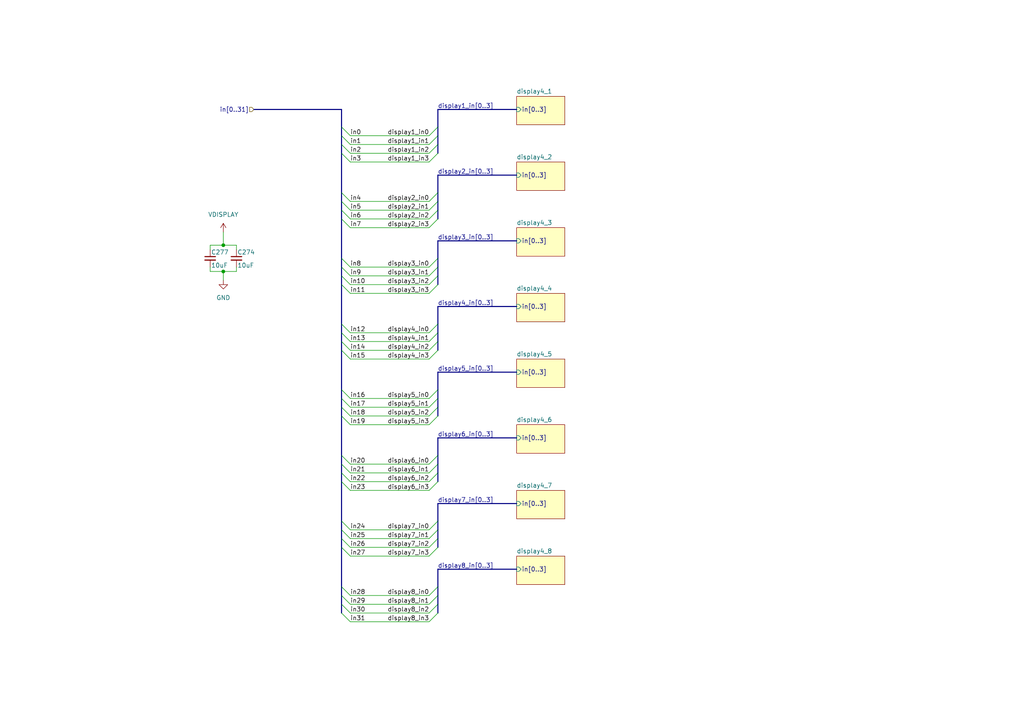
<source format=kicad_sch>
(kicad_sch
	(version 20250114)
	(generator "eeschema")
	(generator_version "9.0")
	(uuid "16ce1f5d-618a-4d80-9ff2-f41c978387d5")
	(paper "A4")
	(lib_symbols
		(symbol "Device:C_Small"
			(pin_numbers
				(hide yes)
			)
			(pin_names
				(offset 0.254)
				(hide yes)
			)
			(exclude_from_sim no)
			(in_bom yes)
			(on_board yes)
			(property "Reference" "C"
				(at 0.254 1.778 0)
				(effects
					(font
						(size 1.27 1.27)
					)
					(justify left)
				)
			)
			(property "Value" "C_Small"
				(at 0.254 -2.032 0)
				(effects
					(font
						(size 1.27 1.27)
					)
					(justify left)
				)
			)
			(property "Footprint" ""
				(at 0 0 0)
				(effects
					(font
						(size 1.27 1.27)
					)
					(hide yes)
				)
			)
			(property "Datasheet" "~"
				(at 0 0 0)
				(effects
					(font
						(size 1.27 1.27)
					)
					(hide yes)
				)
			)
			(property "Description" "Unpolarized capacitor, small symbol"
				(at 0 0 0)
				(effects
					(font
						(size 1.27 1.27)
					)
					(hide yes)
				)
			)
			(property "ki_keywords" "capacitor cap"
				(at 0 0 0)
				(effects
					(font
						(size 1.27 1.27)
					)
					(hide yes)
				)
			)
			(property "ki_fp_filters" "C_*"
				(at 0 0 0)
				(effects
					(font
						(size 1.27 1.27)
					)
					(hide yes)
				)
			)
			(symbol "C_Small_0_1"
				(polyline
					(pts
						(xy -1.524 0.508) (xy 1.524 0.508)
					)
					(stroke
						(width 0.3048)
						(type default)
					)
					(fill
						(type none)
					)
				)
				(polyline
					(pts
						(xy -1.524 -0.508) (xy 1.524 -0.508)
					)
					(stroke
						(width 0.3302)
						(type default)
					)
					(fill
						(type none)
					)
				)
			)
			(symbol "C_Small_1_1"
				(pin passive line
					(at 0 2.54 270)
					(length 2.032)
					(name "~"
						(effects
							(font
								(size 1.27 1.27)
							)
						)
					)
					(number "1"
						(effects
							(font
								(size 1.27 1.27)
							)
						)
					)
				)
				(pin passive line
					(at 0 -2.54 90)
					(length 2.032)
					(name "~"
						(effects
							(font
								(size 1.27 1.27)
							)
						)
					)
					(number "2"
						(effects
							(font
								(size 1.27 1.27)
							)
						)
					)
				)
			)
			(embedded_fonts no)
		)
		(symbol "power:+3.3V"
			(power)
			(pin_numbers
				(hide yes)
			)
			(pin_names
				(offset 0)
				(hide yes)
			)
			(exclude_from_sim no)
			(in_bom yes)
			(on_board yes)
			(property "Reference" "#PWR"
				(at 0 -3.81 0)
				(effects
					(font
						(size 1.27 1.27)
					)
					(hide yes)
				)
			)
			(property "Value" "+3.3V"
				(at 0 3.556 0)
				(effects
					(font
						(size 1.27 1.27)
					)
				)
			)
			(property "Footprint" ""
				(at 0 0 0)
				(effects
					(font
						(size 1.27 1.27)
					)
					(hide yes)
				)
			)
			(property "Datasheet" ""
				(at 0 0 0)
				(effects
					(font
						(size 1.27 1.27)
					)
					(hide yes)
				)
			)
			(property "Description" "Power symbol creates a global label with name \"+3.3V\""
				(at 0 0 0)
				(effects
					(font
						(size 1.27 1.27)
					)
					(hide yes)
				)
			)
			(property "ki_keywords" "global power"
				(at 0 0 0)
				(effects
					(font
						(size 1.27 1.27)
					)
					(hide yes)
				)
			)
			(symbol "+3.3V_0_1"
				(polyline
					(pts
						(xy -0.762 1.27) (xy 0 2.54)
					)
					(stroke
						(width 0)
						(type default)
					)
					(fill
						(type none)
					)
				)
				(polyline
					(pts
						(xy 0 2.54) (xy 0.762 1.27)
					)
					(stroke
						(width 0)
						(type default)
					)
					(fill
						(type none)
					)
				)
				(polyline
					(pts
						(xy 0 0) (xy 0 2.54)
					)
					(stroke
						(width 0)
						(type default)
					)
					(fill
						(type none)
					)
				)
			)
			(symbol "+3.3V_1_1"
				(pin power_in line
					(at 0 0 90)
					(length 0)
					(name "~"
						(effects
							(font
								(size 1.27 1.27)
							)
						)
					)
					(number "1"
						(effects
							(font
								(size 1.27 1.27)
							)
						)
					)
				)
			)
			(embedded_fonts no)
		)
		(symbol "power:GND"
			(power)
			(pin_numbers
				(hide yes)
			)
			(pin_names
				(offset 0)
				(hide yes)
			)
			(exclude_from_sim no)
			(in_bom yes)
			(on_board yes)
			(property "Reference" "#PWR"
				(at 0 -6.35 0)
				(effects
					(font
						(size 1.27 1.27)
					)
					(hide yes)
				)
			)
			(property "Value" "GND"
				(at 0 -3.81 0)
				(effects
					(font
						(size 1.27 1.27)
					)
				)
			)
			(property "Footprint" ""
				(at 0 0 0)
				(effects
					(font
						(size 1.27 1.27)
					)
					(hide yes)
				)
			)
			(property "Datasheet" ""
				(at 0 0 0)
				(effects
					(font
						(size 1.27 1.27)
					)
					(hide yes)
				)
			)
			(property "Description" "Power symbol creates a global label with name \"GND\" , ground"
				(at 0 0 0)
				(effects
					(font
						(size 1.27 1.27)
					)
					(hide yes)
				)
			)
			(property "ki_keywords" "global power"
				(at 0 0 0)
				(effects
					(font
						(size 1.27 1.27)
					)
					(hide yes)
				)
			)
			(symbol "GND_0_1"
				(polyline
					(pts
						(xy 0 0) (xy 0 -1.27) (xy 1.27 -1.27) (xy 0 -2.54) (xy -1.27 -1.27) (xy 0 -1.27)
					)
					(stroke
						(width 0)
						(type default)
					)
					(fill
						(type none)
					)
				)
			)
			(symbol "GND_1_1"
				(pin power_in line
					(at 0 0 270)
					(length 0)
					(name "~"
						(effects
							(font
								(size 1.27 1.27)
							)
						)
					)
					(number "1"
						(effects
							(font
								(size 1.27 1.27)
							)
						)
					)
				)
			)
			(embedded_fonts no)
		)
	)
	(junction
		(at 64.77 78.74)
		(diameter 0)
		(color 0 0 0 0)
		(uuid "0c1d11e7-e0bb-4912-9673-f215da1f463c")
	)
	(junction
		(at 64.77 71.12)
		(diameter 0)
		(color 0 0 0 0)
		(uuid "65c66b6c-cd53-4893-9cd3-e6c1d31bbea1")
	)
	(bus_entry
		(at 99.06 118.11)
		(size 2.54 2.54)
		(stroke
			(width 0)
			(type default)
		)
		(uuid "00ac3bd5-ed57-41bf-8b63-dcb5a2abfb9e")
	)
	(bus_entry
		(at 124.46 134.62)
		(size 2.54 -2.54)
		(stroke
			(width 0)
			(type default)
		)
		(uuid "0a820c73-72dc-40c0-a83b-e54ab6b6fc4d")
	)
	(bus_entry
		(at 124.46 115.57)
		(size 2.54 -2.54)
		(stroke
			(width 0)
			(type default)
		)
		(uuid "1285b39e-18d2-48d5-9ae3-23038b08dd9d")
	)
	(bus_entry
		(at 124.46 158.75)
		(size 2.54 -2.54)
		(stroke
			(width 0)
			(type default)
		)
		(uuid "13bea8e9-1638-4eb1-9db7-c3bd8e90a7b4")
	)
	(bus_entry
		(at 124.46 63.5)
		(size 2.54 -2.54)
		(stroke
			(width 0)
			(type default)
		)
		(uuid "145f9124-f27b-4e55-8bec-b9f1d33c7e44")
	)
	(bus_entry
		(at 124.46 58.42)
		(size 2.54 -2.54)
		(stroke
			(width 0)
			(type default)
		)
		(uuid "170df122-70a2-47ad-b67e-522936fbfd04")
	)
	(bus_entry
		(at 99.06 170.18)
		(size 2.54 2.54)
		(stroke
			(width 0)
			(type default)
		)
		(uuid "17cdc66d-cdc4-430a-a038-60730674f946")
	)
	(bus_entry
		(at 99.06 177.8)
		(size 2.54 2.54)
		(stroke
			(width 0)
			(type default)
		)
		(uuid "17f29b72-4c3b-42c7-849c-91d67ceb2b56")
	)
	(bus_entry
		(at 99.06 93.98)
		(size 2.54 2.54)
		(stroke
			(width 0)
			(type default)
		)
		(uuid "1c35a5f2-3260-45a8-8eb6-a167a89f51a7")
	)
	(bus_entry
		(at 99.06 55.88)
		(size 2.54 2.54)
		(stroke
			(width 0)
			(type default)
		)
		(uuid "32de0583-6e41-4d85-8b01-a2b3be7059c4")
	)
	(bus_entry
		(at 124.46 96.52)
		(size 2.54 -2.54)
		(stroke
			(width 0)
			(type default)
		)
		(uuid "34e834c1-bd43-477e-9b7b-a93beaf5b690")
	)
	(bus_entry
		(at 99.06 137.16)
		(size 2.54 2.54)
		(stroke
			(width 0)
			(type default)
		)
		(uuid "35a9da71-0757-4bea-a3a4-dab25da4f69d")
	)
	(bus_entry
		(at 124.46 99.06)
		(size 2.54 -2.54)
		(stroke
			(width 0)
			(type default)
		)
		(uuid "3661f7b8-ad17-4472-bb13-fd1e7e0348d0")
	)
	(bus_entry
		(at 99.06 60.96)
		(size 2.54 2.54)
		(stroke
			(width 0)
			(type default)
		)
		(uuid "3a23b6dd-1955-4de5-a33f-5c149959d008")
	)
	(bus_entry
		(at 99.06 153.67)
		(size 2.54 2.54)
		(stroke
			(width 0)
			(type default)
		)
		(uuid "3fc693b4-05eb-4d9b-b8e1-8c4845c5a6de")
	)
	(bus_entry
		(at 124.46 101.6)
		(size 2.54 -2.54)
		(stroke
			(width 0)
			(type default)
		)
		(uuid "4077fb4c-f81b-4333-a912-961a6cf08e3c")
	)
	(bus_entry
		(at 99.06 113.03)
		(size 2.54 2.54)
		(stroke
			(width 0)
			(type default)
		)
		(uuid "434d6b4b-b91e-4ef8-9085-a32fa7bcce17")
	)
	(bus_entry
		(at 99.06 39.37)
		(size 2.54 2.54)
		(stroke
			(width 0)
			(type default)
		)
		(uuid "467cd53b-f3bc-4f43-853b-e7eb2be440a1")
	)
	(bus_entry
		(at 99.06 115.57)
		(size 2.54 2.54)
		(stroke
			(width 0)
			(type default)
		)
		(uuid "4ffeea21-5b60-4ac2-a6be-53b054f0b3dc")
	)
	(bus_entry
		(at 99.06 41.91)
		(size 2.54 2.54)
		(stroke
			(width 0)
			(type default)
		)
		(uuid "514dcca0-1698-4bb5-ad40-14f9a4a03ab3")
	)
	(bus_entry
		(at 99.06 82.55)
		(size 2.54 2.54)
		(stroke
			(width 0)
			(type default)
		)
		(uuid "51dfa8d9-f052-499a-8f3c-33cb22bb2159")
	)
	(bus_entry
		(at 124.46 177.8)
		(size 2.54 -2.54)
		(stroke
			(width 0)
			(type default)
		)
		(uuid "567f7359-f481-435f-a131-cdb4c96f8c77")
	)
	(bus_entry
		(at 124.46 44.45)
		(size 2.54 -2.54)
		(stroke
			(width 0)
			(type default)
		)
		(uuid "5c2f26b3-40dc-422e-8d3d-d86ce46bbd1c")
	)
	(bus_entry
		(at 124.46 46.99)
		(size 2.54 -2.54)
		(stroke
			(width 0)
			(type default)
		)
		(uuid "5c3d61e4-46c3-479b-af20-3104b2c77527")
	)
	(bus_entry
		(at 99.06 44.45)
		(size 2.54 2.54)
		(stroke
			(width 0)
			(type default)
		)
		(uuid "611bb343-d1d9-42eb-bcb8-5b8f6283c06c")
	)
	(bus_entry
		(at 99.06 36.83)
		(size 2.54 2.54)
		(stroke
			(width 0)
			(type default)
		)
		(uuid "61f1537e-63c0-4f7a-89c3-9cc8b1f8b60b")
	)
	(bus_entry
		(at 124.46 60.96)
		(size 2.54 -2.54)
		(stroke
			(width 0)
			(type default)
		)
		(uuid "65db6db1-17e5-42e7-a17c-a4e4d28a8743")
	)
	(bus_entry
		(at 99.06 74.93)
		(size 2.54 2.54)
		(stroke
			(width 0)
			(type default)
		)
		(uuid "667ff7ba-df68-4336-bf27-2a498bdc791b")
	)
	(bus_entry
		(at 99.06 134.62)
		(size 2.54 2.54)
		(stroke
			(width 0)
			(type default)
		)
		(uuid "678fb778-f172-43f6-9a2c-93fb513a073f")
	)
	(bus_entry
		(at 99.06 172.72)
		(size 2.54 2.54)
		(stroke
			(width 0)
			(type default)
		)
		(uuid "74fd1e86-85fc-4e1e-9905-811314fc44f2")
	)
	(bus_entry
		(at 124.46 156.21)
		(size 2.54 -2.54)
		(stroke
			(width 0)
			(type default)
		)
		(uuid "80e4faab-ab4c-410b-b6d5-7728afe786c6")
	)
	(bus_entry
		(at 99.06 99.06)
		(size 2.54 2.54)
		(stroke
			(width 0)
			(type default)
		)
		(uuid "8867bc09-78d6-4bd1-b86a-765bf85f9367")
	)
	(bus_entry
		(at 99.06 58.42)
		(size 2.54 2.54)
		(stroke
			(width 0)
			(type default)
		)
		(uuid "8a3b4ed8-625d-4169-b2ef-1102510e0524")
	)
	(bus_entry
		(at 99.06 139.7)
		(size 2.54 2.54)
		(stroke
			(width 0)
			(type default)
		)
		(uuid "8e32604c-3349-4e88-94f3-037d8fd195d5")
	)
	(bus_entry
		(at 124.46 123.19)
		(size 2.54 -2.54)
		(stroke
			(width 0)
			(type default)
		)
		(uuid "8ef4badc-470a-4056-b398-4d815d085686")
	)
	(bus_entry
		(at 99.06 77.47)
		(size 2.54 2.54)
		(stroke
			(width 0)
			(type default)
		)
		(uuid "90d4e75a-4552-4717-a266-4f950922ab3a")
	)
	(bus_entry
		(at 124.46 77.47)
		(size 2.54 -2.54)
		(stroke
			(width 0)
			(type default)
		)
		(uuid "91431c02-56f2-4950-843a-9bd1fd006c8f")
	)
	(bus_entry
		(at 99.06 175.26)
		(size 2.54 2.54)
		(stroke
			(width 0)
			(type default)
		)
		(uuid "95ccbd04-5410-4113-b484-1140be174923")
	)
	(bus_entry
		(at 124.46 172.72)
		(size 2.54 -2.54)
		(stroke
			(width 0)
			(type default)
		)
		(uuid "a336a99b-ce1f-46d2-960c-8712628cdd45")
	)
	(bus_entry
		(at 124.46 175.26)
		(size 2.54 -2.54)
		(stroke
			(width 0)
			(type default)
		)
		(uuid "a35b4712-e54f-4c7b-8ac8-466c47c2bac5")
	)
	(bus_entry
		(at 124.46 180.34)
		(size 2.54 -2.54)
		(stroke
			(width 0)
			(type default)
		)
		(uuid "a6798aaf-6495-4fa1-9d5b-a3b87441289f")
	)
	(bus_entry
		(at 99.06 132.08)
		(size 2.54 2.54)
		(stroke
			(width 0)
			(type default)
		)
		(uuid "a92715c3-9be0-46dc-adbc-a8632fb55ae2")
	)
	(bus_entry
		(at 124.46 120.65)
		(size 2.54 -2.54)
		(stroke
			(width 0)
			(type default)
		)
		(uuid "a9476470-766d-4c0a-8d0b-7de9a4837f56")
	)
	(bus_entry
		(at 99.06 158.75)
		(size 2.54 2.54)
		(stroke
			(width 0)
			(type default)
		)
		(uuid "aff5d675-85b6-49d4-a773-c8237a2c20ca")
	)
	(bus_entry
		(at 99.06 96.52)
		(size 2.54 2.54)
		(stroke
			(width 0)
			(type default)
		)
		(uuid "b2f5c3b5-cd91-4233-8407-a92c67161612")
	)
	(bus_entry
		(at 99.06 80.01)
		(size 2.54 2.54)
		(stroke
			(width 0)
			(type default)
		)
		(uuid "b327f21e-dc9a-4421-825c-bbe1e29318d7")
	)
	(bus_entry
		(at 124.46 80.01)
		(size 2.54 -2.54)
		(stroke
			(width 0)
			(type default)
		)
		(uuid "b45ff49c-3743-40b0-9023-e36306e97518")
	)
	(bus_entry
		(at 124.46 142.24)
		(size 2.54 -2.54)
		(stroke
			(width 0)
			(type default)
		)
		(uuid "b94b9852-5d3b-4fc3-aa97-0f70c481e9f4")
	)
	(bus_entry
		(at 99.06 151.13)
		(size 2.54 2.54)
		(stroke
			(width 0)
			(type default)
		)
		(uuid "b9c02d7e-4cc5-4668-9d99-e278a7456c4d")
	)
	(bus_entry
		(at 99.06 63.5)
		(size 2.54 2.54)
		(stroke
			(width 0)
			(type default)
		)
		(uuid "b9daee9f-97a6-4efe-8f2e-752b4c216278")
	)
	(bus_entry
		(at 124.46 137.16)
		(size 2.54 -2.54)
		(stroke
			(width 0)
			(type default)
		)
		(uuid "ba3f0925-0680-42f6-adeb-d8fb01f612e9")
	)
	(bus_entry
		(at 124.46 153.67)
		(size 2.54 -2.54)
		(stroke
			(width 0)
			(type default)
		)
		(uuid "bcd9f70c-88cf-4b0a-bfeb-a4d8eed24fe4")
	)
	(bus_entry
		(at 124.46 104.14)
		(size 2.54 -2.54)
		(stroke
			(width 0)
			(type default)
		)
		(uuid "e1b58ff5-0a90-4156-bf83-3d1fb35d4065")
	)
	(bus_entry
		(at 99.06 101.6)
		(size 2.54 2.54)
		(stroke
			(width 0)
			(type default)
		)
		(uuid "e3a94421-5287-468a-b19a-86b33f3d0ecd")
	)
	(bus_entry
		(at 124.46 66.04)
		(size 2.54 -2.54)
		(stroke
			(width 0)
			(type default)
		)
		(uuid "e6d5d9c4-fb7e-48a8-9429-f0e1cfe5283b")
	)
	(bus_entry
		(at 124.46 139.7)
		(size 2.54 -2.54)
		(stroke
			(width 0)
			(type default)
		)
		(uuid "e7d8ad12-ff91-4d09-90fb-a717bc129495")
	)
	(bus_entry
		(at 124.46 82.55)
		(size 2.54 -2.54)
		(stroke
			(width 0)
			(type default)
		)
		(uuid "e84d80ce-d95d-4678-b296-7f28d43fac2e")
	)
	(bus_entry
		(at 99.06 156.21)
		(size 2.54 2.54)
		(stroke
			(width 0)
			(type default)
		)
		(uuid "efb7bd50-eca9-4d24-8c57-326f4d037e6e")
	)
	(bus_entry
		(at 124.46 39.37)
		(size 2.54 -2.54)
		(stroke
			(width 0)
			(type default)
		)
		(uuid "f00c2e2e-2d36-44e9-a134-a0bec5156195")
	)
	(bus_entry
		(at 124.46 118.11)
		(size 2.54 -2.54)
		(stroke
			(width 0)
			(type default)
		)
		(uuid "fa326025-f157-4a59-82cd-e2d0a6219b44")
	)
	(bus_entry
		(at 124.46 41.91)
		(size 2.54 -2.54)
		(stroke
			(width 0)
			(type default)
		)
		(uuid "fb2d0eb1-4b49-4a44-8c65-d956208fc548")
	)
	(bus_entry
		(at 124.46 161.29)
		(size 2.54 -2.54)
		(stroke
			(width 0)
			(type default)
		)
		(uuid "fc61a3b9-7cb4-4e7f-b23f-b84fb5016f32")
	)
	(bus_entry
		(at 124.46 85.09)
		(size 2.54 -2.54)
		(stroke
			(width 0)
			(type default)
		)
		(uuid "fc95e003-fe69-4074-8fb3-42c117c07095")
	)
	(bus_entry
		(at 99.06 120.65)
		(size 2.54 2.54)
		(stroke
			(width 0)
			(type default)
		)
		(uuid "fdb09058-7d0b-4b76-9286-3ba0914942a3")
	)
	(bus
		(pts
			(xy 127 134.62) (xy 127 132.08)
		)
		(stroke
			(width 0)
			(type default)
		)
		(uuid "02f1b8e8-a105-45cc-965d-86ea25d83b4d")
	)
	(wire
		(pts
			(xy 101.6 46.99) (xy 124.46 46.99)
		)
		(stroke
			(width 0)
			(type default)
		)
		(uuid "038f0a39-6ce3-4aa5-ada7-79cbeb847066")
	)
	(bus
		(pts
			(xy 127 41.91) (xy 127 39.37)
		)
		(stroke
			(width 0)
			(type default)
		)
		(uuid "03913a4c-4382-45d0-bc56-9076e4539c12")
	)
	(wire
		(pts
			(xy 101.6 123.19) (xy 124.46 123.19)
		)
		(stroke
			(width 0)
			(type default)
		)
		(uuid "03950e48-4e71-4d02-9cf7-c9eced266059")
	)
	(bus
		(pts
			(xy 127 120.65) (xy 127 118.11)
		)
		(stroke
			(width 0)
			(type default)
		)
		(uuid "03def1ce-52e7-4520-9639-3a44fd1ab4cd")
	)
	(wire
		(pts
			(xy 101.6 63.5) (xy 124.46 63.5)
		)
		(stroke
			(width 0)
			(type default)
		)
		(uuid "0adb9971-f88f-4846-a83d-5d34095eaa84")
	)
	(bus
		(pts
			(xy 127 88.9) (xy 149.86 88.9)
		)
		(stroke
			(width 0)
			(type default)
		)
		(uuid "0bde122a-92cd-4f45-ac3d-f7de55ba682b")
	)
	(bus
		(pts
			(xy 127 115.57) (xy 127 113.03)
		)
		(stroke
			(width 0)
			(type default)
		)
		(uuid "0be8901d-7865-40aa-85f1-58829e3be896")
	)
	(bus
		(pts
			(xy 127 151.13) (xy 127 146.05)
		)
		(stroke
			(width 0)
			(type default)
		)
		(uuid "0d1a89fd-c86b-4709-88a5-c66e6a308228")
	)
	(bus
		(pts
			(xy 99.06 36.83) (xy 99.06 39.37)
		)
		(stroke
			(width 0)
			(type default)
		)
		(uuid "0e23abdb-80b8-4fd8-88ab-897597c1aaa3")
	)
	(bus
		(pts
			(xy 127 99.06) (xy 127 96.52)
		)
		(stroke
			(width 0)
			(type default)
		)
		(uuid "0f52a141-2013-44ee-a397-f2695587c923")
	)
	(bus
		(pts
			(xy 127 107.95) (xy 149.86 107.95)
		)
		(stroke
			(width 0)
			(type default)
		)
		(uuid "0f99a239-12af-4440-aed5-b1ebf55a992f")
	)
	(bus
		(pts
			(xy 127 118.11) (xy 127 115.57)
		)
		(stroke
			(width 0)
			(type default)
		)
		(uuid "141e9054-04f7-49ba-8b07-e7373721fdff")
	)
	(bus
		(pts
			(xy 127 80.01) (xy 127 77.47)
		)
		(stroke
			(width 0)
			(type default)
		)
		(uuid "17fb3047-4103-49aa-85ea-5823e5c1871b")
	)
	(wire
		(pts
			(xy 101.6 139.7) (xy 124.46 139.7)
		)
		(stroke
			(width 0)
			(type default)
		)
		(uuid "187d7f61-3d65-4f8f-8d07-d7ae0a2334d6")
	)
	(bus
		(pts
			(xy 127 113.03) (xy 127 107.95)
		)
		(stroke
			(width 0)
			(type default)
		)
		(uuid "19b15e9a-4d9b-42f0-b9d0-be3902f50560")
	)
	(bus
		(pts
			(xy 99.06 93.98) (xy 99.06 96.52)
		)
		(stroke
			(width 0)
			(type default)
		)
		(uuid "1ba46788-c466-440b-bcee-13195a77a6fb")
	)
	(bus
		(pts
			(xy 99.06 120.65) (xy 99.06 132.08)
		)
		(stroke
			(width 0)
			(type default)
		)
		(uuid "1c726da7-23c8-4147-9d9a-e605a13ac307")
	)
	(bus
		(pts
			(xy 99.06 55.88) (xy 99.06 58.42)
		)
		(stroke
			(width 0)
			(type default)
		)
		(uuid "1f1f4baa-94af-40bf-86b5-dc41542818b9")
	)
	(bus
		(pts
			(xy 99.06 63.5) (xy 99.06 74.93)
		)
		(stroke
			(width 0)
			(type default)
		)
		(uuid "23bcfef1-da8f-439e-8743-882407a04fac")
	)
	(wire
		(pts
			(xy 101.6 104.14) (xy 124.46 104.14)
		)
		(stroke
			(width 0)
			(type default)
		)
		(uuid "2a77361c-25de-45e4-a5ff-a0e60b738c06")
	)
	(wire
		(pts
			(xy 101.6 177.8) (xy 124.46 177.8)
		)
		(stroke
			(width 0)
			(type default)
		)
		(uuid "2bd32ca6-fab1-49fd-a06e-4788a8e08aec")
	)
	(bus
		(pts
			(xy 99.06 41.91) (xy 99.06 44.45)
		)
		(stroke
			(width 0)
			(type default)
		)
		(uuid "2ccaf34f-40f9-4a68-94e2-ddeca08eda6b")
	)
	(bus
		(pts
			(xy 127 165.1) (xy 149.86 165.1)
		)
		(stroke
			(width 0)
			(type default)
		)
		(uuid "2e932464-2aa4-42a6-a0c0-0cb344ae5014")
	)
	(wire
		(pts
			(xy 101.6 118.11) (xy 124.46 118.11)
		)
		(stroke
			(width 0)
			(type default)
		)
		(uuid "2f597f8e-67d5-4593-b24e-154bceafb5f4")
	)
	(bus
		(pts
			(xy 127 170.18) (xy 127 165.1)
		)
		(stroke
			(width 0)
			(type default)
		)
		(uuid "314044e8-a11f-4f3a-95e9-0d6ca3c54177")
	)
	(wire
		(pts
			(xy 101.6 180.34) (xy 124.46 180.34)
		)
		(stroke
			(width 0)
			(type default)
		)
		(uuid "3154e385-588e-4809-8b7a-ce2711942d6b")
	)
	(wire
		(pts
			(xy 101.6 115.57) (xy 124.46 115.57)
		)
		(stroke
			(width 0)
			(type default)
		)
		(uuid "33a146cf-d209-43e6-8f47-b46a605e9a69")
	)
	(bus
		(pts
			(xy 99.06 80.01) (xy 99.06 82.55)
		)
		(stroke
			(width 0)
			(type default)
		)
		(uuid "33ab4637-a9ea-4408-92fc-75e35c28fc84")
	)
	(bus
		(pts
			(xy 127 177.8) (xy 127 175.26)
		)
		(stroke
			(width 0)
			(type default)
		)
		(uuid "341a67c0-3f5f-417c-ae19-faa17c2c893e")
	)
	(bus
		(pts
			(xy 99.06 44.45) (xy 99.06 55.88)
		)
		(stroke
			(width 0)
			(type default)
		)
		(uuid "3429679a-8867-4d18-b26d-8c28b6750053")
	)
	(wire
		(pts
			(xy 101.6 41.91) (xy 124.46 41.91)
		)
		(stroke
			(width 0)
			(type default)
		)
		(uuid "34f7d0d3-7057-4c83-a6e1-e8bd32582b72")
	)
	(bus
		(pts
			(xy 127 158.75) (xy 127 156.21)
		)
		(stroke
			(width 0)
			(type default)
		)
		(uuid "36515272-212b-4c3c-b65e-720eb85bc797")
	)
	(bus
		(pts
			(xy 99.06 77.47) (xy 99.06 80.01)
		)
		(stroke
			(width 0)
			(type default)
		)
		(uuid "36ab378b-ba20-4fdd-84a8-dcabcc39a408")
	)
	(bus
		(pts
			(xy 99.06 115.57) (xy 99.06 118.11)
		)
		(stroke
			(width 0)
			(type default)
		)
		(uuid "386c682d-0dba-4123-b922-9dbc41e7cd69")
	)
	(wire
		(pts
			(xy 101.6 137.16) (xy 124.46 137.16)
		)
		(stroke
			(width 0)
			(type default)
		)
		(uuid "3a7a2164-56be-4b85-8e37-31f71b89b12f")
	)
	(bus
		(pts
			(xy 73.66 31.75) (xy 99.06 31.75)
		)
		(stroke
			(width 0)
			(type default)
		)
		(uuid "3b2ff2a6-ecf7-44ab-97e1-d580331b2e29")
	)
	(bus
		(pts
			(xy 127 93.98) (xy 127 88.9)
		)
		(stroke
			(width 0)
			(type default)
		)
		(uuid "3d869eee-8767-40eb-b384-c25b590a1429")
	)
	(wire
		(pts
			(xy 64.77 67.31) (xy 64.77 71.12)
		)
		(stroke
			(width 0)
			(type default)
		)
		(uuid "3ee0d37e-556f-4915-9c1e-a6311cb38b73")
	)
	(wire
		(pts
			(xy 101.6 172.72) (xy 124.46 172.72)
		)
		(stroke
			(width 0)
			(type default)
		)
		(uuid "3f9123fc-ad27-4ef1-bb67-9f292533b739")
	)
	(wire
		(pts
			(xy 101.6 44.45) (xy 124.46 44.45)
		)
		(stroke
			(width 0)
			(type default)
		)
		(uuid "409fabc4-eba6-4907-b6d9-7237ab6fd78e")
	)
	(wire
		(pts
			(xy 68.58 71.12) (xy 68.58 72.39)
		)
		(stroke
			(width 0)
			(type default)
		)
		(uuid "4244a90d-0952-406d-b20f-47e675721de5")
	)
	(bus
		(pts
			(xy 99.06 170.18) (xy 99.06 172.72)
		)
		(stroke
			(width 0)
			(type default)
		)
		(uuid "433cad0d-d226-499a-99bb-28dfcced4d0c")
	)
	(wire
		(pts
			(xy 101.6 158.75) (xy 124.46 158.75)
		)
		(stroke
			(width 0)
			(type default)
		)
		(uuid "4ada8bb7-beaa-496c-8118-c057a099e319")
	)
	(wire
		(pts
			(xy 101.6 66.04) (xy 124.46 66.04)
		)
		(stroke
			(width 0)
			(type default)
		)
		(uuid "4d135af4-685e-4020-ba18-7e6910935849")
	)
	(bus
		(pts
			(xy 127 101.6) (xy 127 99.06)
		)
		(stroke
			(width 0)
			(type default)
		)
		(uuid "4da13fc2-a0e1-4d46-9e1a-67e484551447")
	)
	(bus
		(pts
			(xy 127 31.75) (xy 149.86 31.75)
		)
		(stroke
			(width 0)
			(type default)
		)
		(uuid "507bd649-a0f4-4e66-889e-0ca0ae25c305")
	)
	(wire
		(pts
			(xy 101.6 142.24) (xy 124.46 142.24)
		)
		(stroke
			(width 0)
			(type default)
		)
		(uuid "50a762d8-dd55-46a1-af23-2df58c82a994")
	)
	(bus
		(pts
			(xy 99.06 39.37) (xy 99.06 41.91)
		)
		(stroke
			(width 0)
			(type default)
		)
		(uuid "527ceac7-ef0d-429e-8294-da7e50d01f42")
	)
	(wire
		(pts
			(xy 64.77 71.12) (xy 68.58 71.12)
		)
		(stroke
			(width 0)
			(type default)
		)
		(uuid "5efab1b2-0a63-4102-b1b6-9f208e0286a0")
	)
	(wire
		(pts
			(xy 68.58 78.74) (xy 68.58 77.47)
		)
		(stroke
			(width 0)
			(type default)
		)
		(uuid "614419ca-f732-4ebc-98a6-59c1929bf487")
	)
	(bus
		(pts
			(xy 99.06 153.67) (xy 99.06 156.21)
		)
		(stroke
			(width 0)
			(type default)
		)
		(uuid "64b9df15-d886-4e7a-890a-9f098a7b9faa")
	)
	(bus
		(pts
			(xy 127 146.05) (xy 149.86 146.05)
		)
		(stroke
			(width 0)
			(type default)
		)
		(uuid "6dd0fa6a-79a9-41fa-a5ed-00f484740c7f")
	)
	(wire
		(pts
			(xy 101.6 96.52) (xy 124.46 96.52)
		)
		(stroke
			(width 0)
			(type default)
		)
		(uuid "6e00599b-7c70-40f4-aa96-a1e18bc62bec")
	)
	(bus
		(pts
			(xy 127 74.93) (xy 127 69.85)
		)
		(stroke
			(width 0)
			(type default)
		)
		(uuid "6f167f3d-38c4-433c-a4b0-d283709d4e99")
	)
	(bus
		(pts
			(xy 127 156.21) (xy 127 153.67)
		)
		(stroke
			(width 0)
			(type default)
		)
		(uuid "714b75e0-ea95-4a65-a2f4-6a11732ec3f6")
	)
	(bus
		(pts
			(xy 99.06 82.55) (xy 99.06 93.98)
		)
		(stroke
			(width 0)
			(type default)
		)
		(uuid "733f2401-2aeb-471f-a16a-0a1d69b2deb1")
	)
	(wire
		(pts
			(xy 101.6 153.67) (xy 124.46 153.67)
		)
		(stroke
			(width 0)
			(type default)
		)
		(uuid "74fcaad4-fc93-4bbb-a3ec-cd50be19952d")
	)
	(bus
		(pts
			(xy 127 60.96) (xy 127 58.42)
		)
		(stroke
			(width 0)
			(type default)
		)
		(uuid "79e2be21-c4c9-4280-a9bc-b582313383f6")
	)
	(wire
		(pts
			(xy 101.6 156.21) (xy 124.46 156.21)
		)
		(stroke
			(width 0)
			(type default)
		)
		(uuid "7c6ad278-9756-4c27-8cf4-c7cfddd44f8d")
	)
	(wire
		(pts
			(xy 101.6 85.09) (xy 124.46 85.09)
		)
		(stroke
			(width 0)
			(type default)
		)
		(uuid "7ccba3b0-dd61-49c0-b286-bd711d4d404c")
	)
	(bus
		(pts
			(xy 99.06 139.7) (xy 99.06 151.13)
		)
		(stroke
			(width 0)
			(type default)
		)
		(uuid "7f83cfb9-cdbf-4d83-bdaa-58cfd9dbdf38")
	)
	(bus
		(pts
			(xy 127 69.85) (xy 149.86 69.85)
		)
		(stroke
			(width 0)
			(type default)
		)
		(uuid "840cd897-cd7d-49fe-8465-f6c5c37f8b5e")
	)
	(wire
		(pts
			(xy 101.6 134.62) (xy 124.46 134.62)
		)
		(stroke
			(width 0)
			(type default)
		)
		(uuid "87277c5a-b0fb-4571-9990-e62a4c563e75")
	)
	(wire
		(pts
			(xy 60.96 71.12) (xy 64.77 71.12)
		)
		(stroke
			(width 0)
			(type default)
		)
		(uuid "87996da0-f0ee-433d-8ffe-4107ece59312")
	)
	(bus
		(pts
			(xy 127 153.67) (xy 127 151.13)
		)
		(stroke
			(width 0)
			(type default)
		)
		(uuid "87ee35e6-bc38-4450-aeaa-6f7ef45cbc09")
	)
	(bus
		(pts
			(xy 127 137.16) (xy 127 134.62)
		)
		(stroke
			(width 0)
			(type default)
		)
		(uuid "895938e9-b9e3-4dd7-a6ed-8733ab5d7c2c")
	)
	(bus
		(pts
			(xy 127 50.8) (xy 149.86 50.8)
		)
		(stroke
			(width 0)
			(type default)
		)
		(uuid "8b1ff3ac-17f7-4f7d-990a-e65848a37b01")
	)
	(wire
		(pts
			(xy 101.6 175.26) (xy 124.46 175.26)
		)
		(stroke
			(width 0)
			(type default)
		)
		(uuid "8b991466-bccf-4506-be44-396eac98860d")
	)
	(bus
		(pts
			(xy 99.06 132.08) (xy 99.06 134.62)
		)
		(stroke
			(width 0)
			(type default)
		)
		(uuid "8bd82067-cf1c-4110-9e4b-65717eb6107a")
	)
	(bus
		(pts
			(xy 127 39.37) (xy 127 36.83)
		)
		(stroke
			(width 0)
			(type default)
		)
		(uuid "8cf0ce8d-a61e-4e20-848a-ebd18c7f8167")
	)
	(bus
		(pts
			(xy 127 63.5) (xy 127 60.96)
		)
		(stroke
			(width 0)
			(type default)
		)
		(uuid "90e72416-0dc8-44fb-aa84-41cf24dabb8b")
	)
	(wire
		(pts
			(xy 101.6 101.6) (xy 124.46 101.6)
		)
		(stroke
			(width 0)
			(type default)
		)
		(uuid "9720ea5d-e4b7-48ed-b11e-51c2585d424f")
	)
	(bus
		(pts
			(xy 127 58.42) (xy 127 55.88)
		)
		(stroke
			(width 0)
			(type default)
		)
		(uuid "99183c75-87e5-4a76-b9c3-49aafa2ad513")
	)
	(bus
		(pts
			(xy 127 175.26) (xy 127 172.72)
		)
		(stroke
			(width 0)
			(type default)
		)
		(uuid "9d38f9bc-aa18-465e-ad48-58e25405d1a8")
	)
	(bus
		(pts
			(xy 99.06 58.42) (xy 99.06 60.96)
		)
		(stroke
			(width 0)
			(type default)
		)
		(uuid "9fa7f4d5-8f20-4021-9164-8f8af8db2c28")
	)
	(bus
		(pts
			(xy 99.06 158.75) (xy 99.06 170.18)
		)
		(stroke
			(width 0)
			(type default)
		)
		(uuid "a77ca8c9-1eaf-4376-bb95-9379cca1ccc8")
	)
	(bus
		(pts
			(xy 127 172.72) (xy 127 170.18)
		)
		(stroke
			(width 0)
			(type default)
		)
		(uuid "a823d289-11f8-4418-af05-1d79a3fa29fd")
	)
	(bus
		(pts
			(xy 127 132.08) (xy 127 127)
		)
		(stroke
			(width 0)
			(type default)
		)
		(uuid "aa3fa2fc-dc2f-4edd-b531-d26aeeb8159f")
	)
	(bus
		(pts
			(xy 99.06 118.11) (xy 99.06 120.65)
		)
		(stroke
			(width 0)
			(type default)
		)
		(uuid "aa9838ad-8b98-4c1f-be7f-e93e5bd2533c")
	)
	(bus
		(pts
			(xy 127 139.7) (xy 127 137.16)
		)
		(stroke
			(width 0)
			(type default)
		)
		(uuid "accc19b5-eae6-4feb-908f-fbcb5d3b29c0")
	)
	(bus
		(pts
			(xy 99.06 175.26) (xy 99.06 177.8)
		)
		(stroke
			(width 0)
			(type default)
		)
		(uuid "ad2aef39-186f-4369-aee3-e1e2bf318f91")
	)
	(bus
		(pts
			(xy 99.06 151.13) (xy 99.06 153.67)
		)
		(stroke
			(width 0)
			(type default)
		)
		(uuid "ad859e1d-dc27-4555-9114-a6085a58d099")
	)
	(bus
		(pts
			(xy 99.06 134.62) (xy 99.06 137.16)
		)
		(stroke
			(width 0)
			(type default)
		)
		(uuid "ade6a0fc-876e-4604-aec6-c013cc52adf9")
	)
	(bus
		(pts
			(xy 99.06 137.16) (xy 99.06 139.7)
		)
		(stroke
			(width 0)
			(type default)
		)
		(uuid "b1070612-2f81-4736-8658-d434de8bc5dc")
	)
	(bus
		(pts
			(xy 127 82.55) (xy 127 80.01)
		)
		(stroke
			(width 0)
			(type default)
		)
		(uuid "b27bd262-23b6-4f12-81ba-a119105ad2ae")
	)
	(wire
		(pts
			(xy 101.6 39.37) (xy 124.46 39.37)
		)
		(stroke
			(width 0)
			(type default)
		)
		(uuid "b41e3b09-002d-4497-86e0-71083b847358")
	)
	(bus
		(pts
			(xy 127 96.52) (xy 127 93.98)
		)
		(stroke
			(width 0)
			(type default)
		)
		(uuid "b46adf1c-423d-4c32-acb5-32461eca89f3")
	)
	(bus
		(pts
			(xy 99.06 101.6) (xy 99.06 113.03)
		)
		(stroke
			(width 0)
			(type default)
		)
		(uuid "b742c713-dad3-4f8e-8c2b-56d1a6b4197d")
	)
	(wire
		(pts
			(xy 101.6 99.06) (xy 124.46 99.06)
		)
		(stroke
			(width 0)
			(type default)
		)
		(uuid "bef057d9-c52a-4ed9-9ab6-9336eca4f791")
	)
	(bus
		(pts
			(xy 127 55.88) (xy 127 50.8)
		)
		(stroke
			(width 0)
			(type default)
		)
		(uuid "bfbcc49f-c1e3-4561-8936-47fb3879eb00")
	)
	(bus
		(pts
			(xy 99.06 99.06) (xy 99.06 101.6)
		)
		(stroke
			(width 0)
			(type default)
		)
		(uuid "c323f91e-8e98-4e22-97e9-4f95c3a4a2a2")
	)
	(wire
		(pts
			(xy 64.77 81.28) (xy 64.77 78.74)
		)
		(stroke
			(width 0)
			(type default)
		)
		(uuid "cb0b53d9-de04-436f-9f24-2933e2a57518")
	)
	(wire
		(pts
			(xy 101.6 80.01) (xy 124.46 80.01)
		)
		(stroke
			(width 0)
			(type default)
		)
		(uuid "cc4c53be-4799-47fe-8c93-aa8a9b7a187c")
	)
	(wire
		(pts
			(xy 60.96 77.47) (xy 60.96 78.74)
		)
		(stroke
			(width 0)
			(type default)
		)
		(uuid "ce0416fd-6342-4d16-8766-d8d88a38a399")
	)
	(bus
		(pts
			(xy 99.06 74.93) (xy 99.06 77.47)
		)
		(stroke
			(width 0)
			(type default)
		)
		(uuid "ce75cca1-2880-4ab3-a4ff-75a276c83c2f")
	)
	(bus
		(pts
			(xy 99.06 172.72) (xy 99.06 175.26)
		)
		(stroke
			(width 0)
			(type default)
		)
		(uuid "d1de394f-34df-4273-969c-ece02190730d")
	)
	(bus
		(pts
			(xy 99.06 96.52) (xy 99.06 99.06)
		)
		(stroke
			(width 0)
			(type default)
		)
		(uuid "d25b00b5-41ce-42f4-b003-8080ab177424")
	)
	(wire
		(pts
			(xy 101.6 77.47) (xy 124.46 77.47)
		)
		(stroke
			(width 0)
			(type default)
		)
		(uuid "d4d14716-8e48-4a0d-be5a-bb6eac209223")
	)
	(wire
		(pts
			(xy 60.96 78.74) (xy 64.77 78.74)
		)
		(stroke
			(width 0)
			(type default)
		)
		(uuid "d82141f4-ff2e-4bbf-a382-cf234459da90")
	)
	(wire
		(pts
			(xy 101.6 60.96) (xy 124.46 60.96)
		)
		(stroke
			(width 0)
			(type default)
		)
		(uuid "d8d7c192-620c-44d2-8358-4286ceed21d3")
	)
	(bus
		(pts
			(xy 127 44.45) (xy 127 41.91)
		)
		(stroke
			(width 0)
			(type default)
		)
		(uuid "db7bbf6e-e037-4e32-a7ba-1747daf7deb0")
	)
	(wire
		(pts
			(xy 101.6 120.65) (xy 124.46 120.65)
		)
		(stroke
			(width 0)
			(type default)
		)
		(uuid "dce82ee5-1b9e-483b-a373-b3f5b934aa50")
	)
	(bus
		(pts
			(xy 99.06 31.75) (xy 99.06 36.83)
		)
		(stroke
			(width 0)
			(type default)
		)
		(uuid "e16bb4b7-7fdb-4beb-a460-dfca2167a29e")
	)
	(bus
		(pts
			(xy 127 36.83) (xy 127 31.75)
		)
		(stroke
			(width 0)
			(type default)
		)
		(uuid "e16beea4-8aca-4b71-9502-7fa8df77ac65")
	)
	(wire
		(pts
			(xy 60.96 72.39) (xy 60.96 71.12)
		)
		(stroke
			(width 0)
			(type default)
		)
		(uuid "e1a3689a-e51d-45cf-adf2-6383c2d2a4e3")
	)
	(bus
		(pts
			(xy 99.06 60.96) (xy 99.06 63.5)
		)
		(stroke
			(width 0)
			(type default)
		)
		(uuid "e430b597-2a3b-4ca3-abfc-963d4ce2b323")
	)
	(bus
		(pts
			(xy 99.06 113.03) (xy 99.06 115.57)
		)
		(stroke
			(width 0)
			(type default)
		)
		(uuid "e7274db2-27d4-469a-b69a-8bf696c35d7a")
	)
	(wire
		(pts
			(xy 101.6 161.29) (xy 124.46 161.29)
		)
		(stroke
			(width 0)
			(type default)
		)
		(uuid "e7da3aa1-11ec-4259-96ca-57c44b1394bd")
	)
	(bus
		(pts
			(xy 127 77.47) (xy 127 74.93)
		)
		(stroke
			(width 0)
			(type default)
		)
		(uuid "f1f7e27a-34a9-48c8-a8bd-8563c6a309e7")
	)
	(wire
		(pts
			(xy 101.6 82.55) (xy 124.46 82.55)
		)
		(stroke
			(width 0)
			(type default)
		)
		(uuid "f416c392-4687-40ad-9f4c-a2e9280782c9")
	)
	(wire
		(pts
			(xy 64.77 78.74) (xy 68.58 78.74)
		)
		(stroke
			(width 0)
			(type default)
		)
		(uuid "f4715f7a-fc4e-4a6b-b38c-59f002cf34ba")
	)
	(bus
		(pts
			(xy 127 127) (xy 149.86 127)
		)
		(stroke
			(width 0)
			(type default)
		)
		(uuid "f97d00a1-fa14-48ff-a10b-578b20346068")
	)
	(wire
		(pts
			(xy 101.6 58.42) (xy 124.46 58.42)
		)
		(stroke
			(width 0)
			(type default)
		)
		(uuid "fc2064da-5317-47ff-9b5a-ac5bcd85e97e")
	)
	(bus
		(pts
			(xy 99.06 156.21) (xy 99.06 158.75)
		)
		(stroke
			(width 0)
			(type default)
		)
		(uuid "ff78e65f-9ca9-484c-8970-484764564448")
	)
	(label "in15"
		(at 101.6 104.14 0)
		(effects
			(font
				(size 1.27 1.27)
			)
			(justify left bottom)
		)
		(uuid "0031b307-8a43-4647-b812-38b3ce77cac4")
	)
	(label "in19"
		(at 101.6 123.19 0)
		(effects
			(font
				(size 1.27 1.27)
			)
			(justify left bottom)
		)
		(uuid "09418a12-e5e5-470b-b832-61c158bb831d")
	)
	(label "in24"
		(at 101.6 153.67 0)
		(effects
			(font
				(size 1.27 1.27)
			)
			(justify left bottom)
		)
		(uuid "0d6f25ef-2926-4a15-8a8f-ab81e35e6325")
	)
	(label "display2_in1"
		(at 124.46 60.96 180)
		(effects
			(font
				(size 1.27 1.27)
			)
			(justify right bottom)
		)
		(uuid "0f814f51-bb2c-4908-8e33-2ffcabed60f8")
	)
	(label "in14"
		(at 101.6 101.6 0)
		(effects
			(font
				(size 1.27 1.27)
			)
			(justify left bottom)
		)
		(uuid "0fd46cfc-2f66-4f42-9629-df7f40ff7359")
	)
	(label "in7"
		(at 101.6 66.04 0)
		(effects
			(font
				(size 1.27 1.27)
			)
			(justify left bottom)
		)
		(uuid "111e3192-701e-479d-a974-c3d26ff66286")
	)
	(label "display5_in[0..3]"
		(at 127 107.95 0)
		(effects
			(font
				(size 1.27 1.27)
			)
			(justify left bottom)
		)
		(uuid "11706b36-c4de-4ea0-9099-398b4c0a2a0d")
	)
	(label "in21"
		(at 101.6 137.16 0)
		(effects
			(font
				(size 1.27 1.27)
			)
			(justify left bottom)
		)
		(uuid "12551243-3364-4360-8202-c7624258e5cf")
	)
	(label "in18"
		(at 101.6 120.65 0)
		(effects
			(font
				(size 1.27 1.27)
			)
			(justify left bottom)
		)
		(uuid "12d05e5d-fbd3-46cb-973d-587b7b6326d2")
	)
	(label "in1"
		(at 101.6 41.91 0)
		(effects
			(font
				(size 1.27 1.27)
			)
			(justify left bottom)
		)
		(uuid "1a99bbc2-0b5a-433d-91ed-d4afe03f777c")
	)
	(label "display3_in2"
		(at 124.46 82.55 180)
		(effects
			(font
				(size 1.27 1.27)
			)
			(justify right bottom)
		)
		(uuid "1ff0c156-a1d0-461a-8a0c-0c15304b3592")
	)
	(label "display4_in3"
		(at 124.46 104.14 180)
		(effects
			(font
				(size 1.27 1.27)
			)
			(justify right bottom)
		)
		(uuid "22b9559c-0b6d-4966-a9f5-24ab3e424834")
	)
	(label "display1_in0"
		(at 124.46 39.37 180)
		(effects
			(font
				(size 1.27 1.27)
			)
			(justify right bottom)
		)
		(uuid "24a50213-88cd-42d1-80a5-6400c13c886b")
	)
	(label "display3_in[0..3]"
		(at 127 69.85 0)
		(effects
			(font
				(size 1.27 1.27)
			)
			(justify left bottom)
		)
		(uuid "276e9e3d-10e8-4b6a-b841-124ec14c163c")
	)
	(label "display4_in2"
		(at 124.46 101.6 180)
		(effects
			(font
				(size 1.27 1.27)
			)
			(justify right bottom)
		)
		(uuid "292302b2-0e1f-40f0-8883-af8ea72f43e6")
	)
	(label "in6"
		(at 101.6 63.5 0)
		(effects
			(font
				(size 1.27 1.27)
			)
			(justify left bottom)
		)
		(uuid "292a0e1d-c05b-4e1d-86cb-6260784841ff")
	)
	(label "display8_in1"
		(at 124.46 175.26 180)
		(effects
			(font
				(size 1.27 1.27)
			)
			(justify right bottom)
		)
		(uuid "2c1f4118-6c4c-4b4e-bd50-07f3543439dd")
	)
	(label "display3_in1"
		(at 124.46 80.01 180)
		(effects
			(font
				(size 1.27 1.27)
			)
			(justify right bottom)
		)
		(uuid "2c432486-a747-4f81-9477-ca39eb03755f")
	)
	(label "in17"
		(at 101.6 118.11 0)
		(effects
			(font
				(size 1.27 1.27)
			)
			(justify left bottom)
		)
		(uuid "2faa7f0a-be63-46a0-b2b6-f34080a8af59")
	)
	(label "in23"
		(at 101.6 142.24 0)
		(effects
			(font
				(size 1.27 1.27)
			)
			(justify left bottom)
		)
		(uuid "358b9ffd-1291-49e0-9154-4249e068dded")
	)
	(label "display1_in3"
		(at 124.46 46.99 180)
		(effects
			(font
				(size 1.27 1.27)
			)
			(justify right bottom)
		)
		(uuid "35a31009-1a13-475c-afd4-5919deb1e373")
	)
	(label "display8_in[0..3]"
		(at 127 165.1 0)
		(effects
			(font
				(size 1.27 1.27)
			)
			(justify left bottom)
		)
		(uuid "400ca30f-a090-456d-993a-fb94d8a2c9be")
	)
	(label "display1_in2"
		(at 124.46 44.45 180)
		(effects
			(font
				(size 1.27 1.27)
			)
			(justify right bottom)
		)
		(uuid "4064b056-8e98-405b-8a4d-2e94da79c876")
	)
	(label "display6_in3"
		(at 124.46 142.24 180)
		(effects
			(font
				(size 1.27 1.27)
			)
			(justify right bottom)
		)
		(uuid "438cd822-7430-4612-806b-7e974d96d3f3")
	)
	(label "display6_in0"
		(at 124.46 134.62 180)
		(effects
			(font
				(size 1.27 1.27)
			)
			(justify right bottom)
		)
		(uuid "43e35119-58ac-4e6c-b249-93ded5db28c3")
	)
	(label "display8_in2"
		(at 124.46 177.8 180)
		(effects
			(font
				(size 1.27 1.27)
			)
			(justify right bottom)
		)
		(uuid "4b04af82-2e53-4c6a-8e07-f389f0c92073")
	)
	(label "in27"
		(at 101.6 161.29 0)
		(effects
			(font
				(size 1.27 1.27)
			)
			(justify left bottom)
		)
		(uuid "4b320be8-8b0d-40d8-bd8e-0de848a74daf")
	)
	(label "in16"
		(at 101.6 115.57 0)
		(effects
			(font
				(size 1.27 1.27)
			)
			(justify left bottom)
		)
		(uuid "4cca3f1c-d72f-4856-941d-3bd7715a2116")
	)
	(label "in0"
		(at 101.6 39.37 0)
		(effects
			(font
				(size 1.27 1.27)
			)
			(justify left bottom)
		)
		(uuid "4f79782e-2fec-4eec-9567-5423157162e4")
	)
	(label "in31"
		(at 101.6 180.34 0)
		(effects
			(font
				(size 1.27 1.27)
			)
			(justify left bottom)
		)
		(uuid "5355b7ec-21a1-4bce-b713-986e1ffa1a12")
	)
	(label "display2_in[0..3]"
		(at 127 50.8 0)
		(effects
			(font
				(size 1.27 1.27)
			)
			(justify left bottom)
		)
		(uuid "55a7e8c9-cff4-4efd-8638-52c39ec2ed3c")
	)
	(label "in22"
		(at 101.6 139.7 0)
		(effects
			(font
				(size 1.27 1.27)
			)
			(justify left bottom)
		)
		(uuid "58ba6126-9af3-4bd5-a24e-d419183a3a31")
	)
	(label "in30"
		(at 101.6 177.8 0)
		(effects
			(font
				(size 1.27 1.27)
			)
			(justify left bottom)
		)
		(uuid "593d9db5-3479-4a66-9acb-0ea33df9697e")
	)
	(label "display1_in1"
		(at 124.46 41.91 180)
		(effects
			(font
				(size 1.27 1.27)
			)
			(justify right bottom)
		)
		(uuid "5ab8dd41-6a1d-43b1-bbe2-6307a4a8b432")
	)
	(label "display7_in3"
		(at 124.46 161.29 180)
		(effects
			(font
				(size 1.27 1.27)
			)
			(justify right bottom)
		)
		(uuid "5d22ecd4-038f-4234-9002-779d6769a7d8")
	)
	(label "in2"
		(at 101.6 44.45 0)
		(effects
			(font
				(size 1.27 1.27)
			)
			(justify left bottom)
		)
		(uuid "6188e887-5116-42d6-8751-dc38c23b2d47")
	)
	(label "in5"
		(at 101.6 60.96 0)
		(effects
			(font
				(size 1.27 1.27)
			)
			(justify left bottom)
		)
		(uuid "62fd2415-3c4e-4369-ad32-5f9a2fa1aac5")
	)
	(label "in11"
		(at 101.6 85.09 0)
		(effects
			(font
				(size 1.27 1.27)
			)
			(justify left bottom)
		)
		(uuid "669ee82a-da6d-4c7f-bd20-8b5d7d8f17f1")
	)
	(label "in8"
		(at 101.6 77.47 0)
		(effects
			(font
				(size 1.27 1.27)
			)
			(justify left bottom)
		)
		(uuid "68c1372a-ab4b-42a3-a214-e41f4099d611")
	)
	(label "display3_in0"
		(at 124.46 77.47 180)
		(effects
			(font
				(size 1.27 1.27)
			)
			(justify right bottom)
		)
		(uuid "6bf5d04f-de65-4613-aceb-2873d9440f99")
	)
	(label "display8_in3"
		(at 124.46 180.34 180)
		(effects
			(font
				(size 1.27 1.27)
			)
			(justify right bottom)
		)
		(uuid "7322b666-0137-4164-8025-0a8a1b02380d")
	)
	(label "in20"
		(at 101.6 134.62 0)
		(effects
			(font
				(size 1.27 1.27)
			)
			(justify left bottom)
		)
		(uuid "733e98ad-5a57-465f-9122-e7e6d92b62fe")
	)
	(label "display1_in[0..3]"
		(at 127 31.75 0)
		(effects
			(font
				(size 1.27 1.27)
			)
			(justify left bottom)
		)
		(uuid "7430ec8d-b25f-4636-84b6-6afda4ad0d73")
	)
	(label "display7_in0"
		(at 124.46 153.67 180)
		(effects
			(font
				(size 1.27 1.27)
			)
			(justify right bottom)
		)
		(uuid "7756b7df-a817-4be5-b8b9-497e8c3c95a9")
	)
	(label "display3_in3"
		(at 124.46 85.09 180)
		(effects
			(font
				(size 1.27 1.27)
			)
			(justify right bottom)
		)
		(uuid "79065c3e-da56-419f-90ab-23a5f0bdf1dd")
	)
	(label "display6_in1"
		(at 124.46 137.16 180)
		(effects
			(font
				(size 1.27 1.27)
			)
			(justify right bottom)
		)
		(uuid "7b649c41-de19-4093-abc7-5dab212fc812")
	)
	(label "in28"
		(at 101.6 172.72 0)
		(effects
			(font
				(size 1.27 1.27)
			)
			(justify left bottom)
		)
		(uuid "8b5455da-e64a-4690-8373-a2af985c56b9")
	)
	(label "display5_in3"
		(at 124.46 123.19 180)
		(effects
			(font
				(size 1.27 1.27)
			)
			(justify right bottom)
		)
		(uuid "8d80b1ae-2858-40e2-bc15-bd39accdcaea")
	)
	(label "display4_in1"
		(at 124.46 99.06 180)
		(effects
			(font
				(size 1.27 1.27)
			)
			(justify right bottom)
		)
		(uuid "8ebbcc84-7d6b-4217-a8b0-37396cce7373")
	)
	(label "in25"
		(at 101.6 156.21 0)
		(effects
			(font
				(size 1.27 1.27)
			)
			(justify left bottom)
		)
		(uuid "9827071e-e610-40c4-b4ee-35a5c25e7dbb")
	)
	(label "display8_in0"
		(at 124.46 172.72 180)
		(effects
			(font
				(size 1.27 1.27)
			)
			(justify right bottom)
		)
		(uuid "a35657b4-4aaf-4fc1-a323-79444a052083")
	)
	(label "in29"
		(at 101.6 175.26 0)
		(effects
			(font
				(size 1.27 1.27)
			)
			(justify left bottom)
		)
		(uuid "a592f0a4-b624-4a2d-b29f-fd40947ac8c4")
	)
	(label "display2_in0"
		(at 124.46 58.42 180)
		(effects
			(font
				(size 1.27 1.27)
			)
			(justify right bottom)
		)
		(uuid "b8036f62-92ed-4760-9e10-c6afcc8a69d3")
	)
	(label "display6_in2"
		(at 124.46 139.7 180)
		(effects
			(font
				(size 1.27 1.27)
			)
			(justify right bottom)
		)
		(uuid "c614d3ae-2bd8-4b37-938b-5aae5544ff9b")
	)
	(label "display5_in2"
		(at 124.46 120.65 180)
		(effects
			(font
				(size 1.27 1.27)
			)
			(justify right bottom)
		)
		(uuid "c6db1faf-0be6-4123-8fd8-00a7b411136a")
	)
	(label "display5_in1"
		(at 124.46 118.11 180)
		(effects
			(font
				(size 1.27 1.27)
			)
			(justify right bottom)
		)
		(uuid "c8f319f4-ebe3-4b76-8499-22f5fb01bcf7")
	)
	(label "in26"
		(at 101.6 158.75 0)
		(effects
			(font
				(size 1.27 1.27)
			)
			(justify left bottom)
		)
		(uuid "cc16ab35-1b40-4f0e-8e04-78ae4a9166b9")
	)
	(label "display2_in2"
		(at 124.46 63.5 180)
		(effects
			(font
				(size 1.27 1.27)
			)
			(justify right bottom)
		)
		(uuid "ce317459-0242-430c-a14f-a765f07b5cd0")
	)
	(label "in12"
		(at 101.6 96.52 0)
		(effects
			(font
				(size 1.27 1.27)
			)
			(justify left bottom)
		)
		(uuid "d38bc9cd-69b3-4820-bdc4-c4e96c0b2f48")
	)
	(label "in9"
		(at 101.6 80.01 0)
		(effects
			(font
				(size 1.27 1.27)
			)
			(justify left bottom)
		)
		(uuid "d6988fd3-c42d-48be-a496-0834265dff40")
	)
	(label "display4_in0"
		(at 124.46 96.52 180)
		(effects
			(font
				(size 1.27 1.27)
			)
			(justify right bottom)
		)
		(uuid "d6fe2b00-0fbf-4683-ba45-d5f75dd28ec5")
	)
	(label "in10"
		(at 101.6 82.55 0)
		(effects
			(font
				(size 1.27 1.27)
			)
			(justify left bottom)
		)
		(uuid "e039c277-2a9c-42f1-81c1-aa16a8b05317")
	)
	(label "display2_in3"
		(at 124.46 66.04 180)
		(effects
			(font
				(size 1.27 1.27)
			)
			(justify right bottom)
		)
		(uuid "e3869c68-34a2-49ba-b149-95956178f049")
	)
	(label "display5_in0"
		(at 124.46 115.57 180)
		(effects
			(font
				(size 1.27 1.27)
			)
			(justify right bottom)
		)
		(uuid "e801c7ba-3a02-4a33-9594-f8bda77fd2b3")
	)
	(label "display7_in[0..3]"
		(at 127 146.05 0)
		(effects
			(font
				(size 1.27 1.27)
			)
			(justify left bottom)
		)
		(uuid "e95b3221-255c-48d3-948e-d192238790b9")
	)
	(label "display7_in2"
		(at 124.46 158.75 180)
		(effects
			(font
				(size 1.27 1.27)
			)
			(justify right bottom)
		)
		(uuid "eb98d316-f7bd-417d-a56e-90f60c7e680e")
	)
	(label "in3"
		(at 101.6 46.99 0)
		(effects
			(font
				(size 1.27 1.27)
			)
			(justify left bottom)
		)
		(uuid "ed0f8810-dd08-4287-9c03-ae1dcee69cfd")
	)
	(label "display7_in1"
		(at 124.46 156.21 180)
		(effects
			(font
				(size 1.27 1.27)
			)
			(justify right bottom)
		)
		(uuid "ef530ab2-0b7a-40dc-8951-def6e7479ad9")
	)
	(label "display4_in[0..3]"
		(at 127 88.9 0)
		(effects
			(font
				(size 1.27 1.27)
			)
			(justify left bottom)
		)
		(uuid "f5994397-edc3-45d0-bac3-52476e2e6d36")
	)
	(label "display6_in[0..3]"
		(at 127 127 0)
		(effects
			(font
				(size 1.27 1.27)
			)
			(justify left bottom)
		)
		(uuid "f5e5c89e-bc39-4e19-9fb0-182745ad2062")
	)
	(label "in13"
		(at 101.6 99.06 0)
		(effects
			(font
				(size 1.27 1.27)
			)
			(justify left bottom)
		)
		(uuid "f91bd17e-aa30-4da7-99fc-e215953f79db")
	)
	(label "in4"
		(at 101.6 58.42 0)
		(effects
			(font
				(size 1.27 1.27)
			)
			(justify left bottom)
		)
		(uuid "f9be25e6-1741-430f-9471-badebb9ba9a0")
	)
	(hierarchical_label "in[0..31]"
		(shape input)
		(at 73.66 31.75 180)
		(effects
			(font
				(size 1.27 1.27)
			)
			(justify right)
		)
		(uuid "d3e7c0a6-6293-48d2-8eea-8461608ba2fc")
	)
	(symbol
		(lib_id "power:GND")
		(at 64.77 81.28 0)
		(unit 1)
		(exclude_from_sim no)
		(in_bom yes)
		(on_board yes)
		(dnp no)
		(fields_autoplaced yes)
		(uuid "0f32754d-f966-4dba-a78e-459035b1b072")
		(property "Reference" "#PWR01023"
			(at 64.77 87.63 0)
			(effects
				(font
					(size 1.27 1.27)
				)
				(hide yes)
			)
		)
		(property "Value" "GND"
			(at 64.77 86.36 0)
			(effects
				(font
					(size 1.27 1.27)
				)
			)
		)
		(property "Footprint" ""
			(at 64.77 81.28 0)
			(effects
				(font
					(size 1.27 1.27)
				)
				(hide yes)
			)
		)
		(property "Datasheet" ""
			(at 64.77 81.28 0)
			(effects
				(font
					(size 1.27 1.27)
				)
				(hide yes)
			)
		)
		(property "Description" "Power symbol creates a global label with name \"GND\" , ground"
			(at 64.77 81.28 0)
			(effects
				(font
					(size 1.27 1.27)
				)
				(hide yes)
			)
		)
		(pin "1"
			(uuid "5a3031ed-4831-4e44-ad55-b449d93aaaad")
		)
		(instances
			(project "alu"
				(path "/dac92c16-d50a-40d0-a20a-6327cf29a06e/33d07650-840e-43be-8ce1-6b9f3fbc5054/8aaf6af4-f67b-42ea-a33b-6f0dc0f5c302"
					(reference "#PWR01023")
					(unit 1)
				)
				(path "/dac92c16-d50a-40d0-a20a-6327cf29a06e/33d07650-840e-43be-8ce1-6b9f3fbc5054/99c02abd-f22d-465f-a9c1-ced4cfb9d9c5"
					(reference "#PWR01027")
					(unit 1)
				)
				(path "/dac92c16-d50a-40d0-a20a-6327cf29a06e/33d07650-840e-43be-8ce1-6b9f3fbc5054/b7f4e664-db19-4a37-b6ac-3002761eb388"
					(reference "#PWR01025")
					(unit 1)
				)
			)
		)
	)
	(symbol
		(lib_id "power:+3.3V")
		(at 64.77 67.31 0)
		(unit 1)
		(exclude_from_sim no)
		(in_bom yes)
		(on_board yes)
		(dnp no)
		(fields_autoplaced yes)
		(uuid "495b6b93-9bf3-4142-a4c2-c897d1b61036")
		(property "Reference" "#PWR01024"
			(at 64.77 71.12 0)
			(effects
				(font
					(size 1.27 1.27)
				)
				(hide yes)
			)
		)
		(property "Value" "VDISPLAY"
			(at 64.77 62.23 0)
			(effects
				(font
					(size 1.27 1.27)
				)
			)
		)
		(property "Footprint" ""
			(at 64.77 67.31 0)
			(effects
				(font
					(size 1.27 1.27)
				)
				(hide yes)
			)
		)
		(property "Datasheet" ""
			(at 64.77 67.31 0)
			(effects
				(font
					(size 1.27 1.27)
				)
				(hide yes)
			)
		)
		(property "Description" "Power symbol creates a global label with name \"+3.3V\""
			(at 64.77 67.31 0)
			(effects
				(font
					(size 1.27 1.27)
				)
				(hide yes)
			)
		)
		(pin "1"
			(uuid "2d9be6ec-3890-4240-81fe-79917ff90db0")
		)
		(instances
			(project "alu"
				(path "/dac92c16-d50a-40d0-a20a-6327cf29a06e/33d07650-840e-43be-8ce1-6b9f3fbc5054/8aaf6af4-f67b-42ea-a33b-6f0dc0f5c302"
					(reference "#PWR01024")
					(unit 1)
				)
				(path "/dac92c16-d50a-40d0-a20a-6327cf29a06e/33d07650-840e-43be-8ce1-6b9f3fbc5054/99c02abd-f22d-465f-a9c1-ced4cfb9d9c5"
					(reference "#PWR01028")
					(unit 1)
				)
				(path "/dac92c16-d50a-40d0-a20a-6327cf29a06e/33d07650-840e-43be-8ce1-6b9f3fbc5054/b7f4e664-db19-4a37-b6ac-3002761eb388"
					(reference "#PWR01026")
					(unit 1)
				)
			)
		)
	)
	(symbol
		(lib_id "Device:C_Small")
		(at 60.96 74.93 0)
		(unit 1)
		(exclude_from_sim no)
		(in_bom yes)
		(on_board yes)
		(dnp no)
		(uuid "9685b371-0699-469e-bec2-c75762f1e36d")
		(property "Reference" "C277"
			(at 61.214 73.152 0)
			(effects
				(font
					(size 1.27 1.27)
				)
				(justify left)
			)
		)
		(property "Value" "10uF"
			(at 61.214 76.962 0)
			(effects
				(font
					(size 1.27 1.27)
				)
				(justify left)
			)
		)
		(property "Footprint" "Capacitor_SMD:C_0805_2012Metric"
			(at 60.96 74.93 0)
			(effects
				(font
					(size 1.27 1.27)
				)
				(hide yes)
			)
		)
		(property "Datasheet" "~"
			(at 60.96 74.93 0)
			(effects
				(font
					(size 1.27 1.27)
				)
				(hide yes)
			)
		)
		(property "Description" "Unpolarized capacitor, small symbol"
			(at 60.96 74.93 0)
			(effects
				(font
					(size 1.27 1.27)
				)
				(hide yes)
			)
		)
		(pin "1"
			(uuid "04f9c0ca-f7ef-41e8-a11d-1aa58d61736c")
		)
		(pin "2"
			(uuid "7c919bb2-025b-4850-bbad-a2b2288875bc")
		)
		(instances
			(project "alu"
				(path "/dac92c16-d50a-40d0-a20a-6327cf29a06e/33d07650-840e-43be-8ce1-6b9f3fbc5054/8aaf6af4-f67b-42ea-a33b-6f0dc0f5c302"
					(reference "C277")
					(unit 1)
				)
				(path "/dac92c16-d50a-40d0-a20a-6327cf29a06e/33d07650-840e-43be-8ce1-6b9f3fbc5054/99c02abd-f22d-465f-a9c1-ced4cfb9d9c5"
					(reference "C279")
					(unit 1)
				)
				(path "/dac92c16-d50a-40d0-a20a-6327cf29a06e/33d07650-840e-43be-8ce1-6b9f3fbc5054/b7f4e664-db19-4a37-b6ac-3002761eb388"
					(reference "C278")
					(unit 1)
				)
			)
		)
	)
	(symbol
		(lib_id "Device:C_Small")
		(at 68.58 74.93 0)
		(unit 1)
		(exclude_from_sim no)
		(in_bom yes)
		(on_board yes)
		(dnp no)
		(uuid "f5bf5f28-ad34-40c9-9b00-0ecc620bf1a9")
		(property "Reference" "C274"
			(at 68.834 73.152 0)
			(effects
				(font
					(size 1.27 1.27)
				)
				(justify left)
			)
		)
		(property "Value" "10uF"
			(at 68.834 76.962 0)
			(effects
				(font
					(size 1.27 1.27)
				)
				(justify left)
			)
		)
		(property "Footprint" "Capacitor_SMD:C_0805_2012Metric"
			(at 68.58 74.93 0)
			(effects
				(font
					(size 1.27 1.27)
				)
				(hide yes)
			)
		)
		(property "Datasheet" "~"
			(at 68.58 74.93 0)
			(effects
				(font
					(size 1.27 1.27)
				)
				(hide yes)
			)
		)
		(property "Description" "Unpolarized capacitor, small symbol"
			(at 68.58 74.93 0)
			(effects
				(font
					(size 1.27 1.27)
				)
				(hide yes)
			)
		)
		(pin "1"
			(uuid "0f4a9815-b2f7-4cac-9328-bfab1c7f44a6")
		)
		(pin "2"
			(uuid "c29c0705-062e-43e7-aba8-d46e68cabdfc")
		)
		(instances
			(project "alu"
				(path "/dac92c16-d50a-40d0-a20a-6327cf29a06e/33d07650-840e-43be-8ce1-6b9f3fbc5054/8aaf6af4-f67b-42ea-a33b-6f0dc0f5c302"
					(reference "C274")
					(unit 1)
				)
				(path "/dac92c16-d50a-40d0-a20a-6327cf29a06e/33d07650-840e-43be-8ce1-6b9f3fbc5054/99c02abd-f22d-465f-a9c1-ced4cfb9d9c5"
					(reference "C276")
					(unit 1)
				)
				(path "/dac92c16-d50a-40d0-a20a-6327cf29a06e/33d07650-840e-43be-8ce1-6b9f3fbc5054/b7f4e664-db19-4a37-b6ac-3002761eb388"
					(reference "C275")
					(unit 1)
				)
			)
		)
	)
	(sheet
		(at 149.86 85.09)
		(size 13.97 8.255)
		(exclude_from_sim no)
		(in_bom yes)
		(on_board yes)
		(dnp no)
		(fields_autoplaced yes)
		(stroke
			(width 0.1524)
			(type solid)
		)
		(fill
			(color 255 255 194 1.0000)
		)
		(uuid "18c86e5f-844f-45dd-8042-5f0e7a720f80")
		(property "Sheetname" "display4_4"
			(at 149.86 84.3784 0)
			(effects
				(font
					(size 1.27 1.27)
				)
				(justify left bottom)
			)
		)
		(property "Sheetfile" "display4.kicad_sch"
			(at 149.86 93.9296 0)
			(effects
				(font
					(size 1.27 1.27)
				)
				(justify left top)
				(hide yes)
			)
		)
		(pin "in[0..3]" input
			(at 149.86 88.9 180)
			(uuid "67513b31-2062-4171-b4ea-d5893d71a498")
			(effects
				(font
					(size 1.27 1.27)
				)
				(justify left)
			)
		)
		(instances
			(project "alu"
				(path "/dac92c16-d50a-40d0-a20a-6327cf29a06e/33d07650-840e-43be-8ce1-6b9f3fbc5054/b7f4e664-db19-4a37-b6ac-3002761eb388"
					(page "104")
				)
				(path "/dac92c16-d50a-40d0-a20a-6327cf29a06e/33d07650-840e-43be-8ce1-6b9f3fbc5054/8aaf6af4-f67b-42ea-a33b-6f0dc0f5c302"
					(page "113")
				)
				(path "/dac92c16-d50a-40d0-a20a-6327cf29a06e/33d07650-840e-43be-8ce1-6b9f3fbc5054/99c02abd-f22d-465f-a9c1-ced4cfb9d9c5"
					(page "123")
				)
			)
		)
	)
	(sheet
		(at 149.86 66.04)
		(size 13.97 8.255)
		(exclude_from_sim no)
		(in_bom yes)
		(on_board yes)
		(dnp no)
		(fields_autoplaced yes)
		(stroke
			(width 0.1524)
			(type solid)
		)
		(fill
			(color 255 255 194 1.0000)
		)
		(uuid "44cd3299-69ec-4b8c-bc9d-37c248eccdd3")
		(property "Sheetname" "display4_3"
			(at 149.86 65.3284 0)
			(effects
				(font
					(size 1.27 1.27)
				)
				(justify left bottom)
			)
		)
		(property "Sheetfile" "display4.kicad_sch"
			(at 149.86 74.8796 0)
			(effects
				(font
					(size 1.27 1.27)
				)
				(justify left top)
				(hide yes)
			)
		)
		(pin "in[0..3]" input
			(at 149.86 69.85 180)
			(uuid "a24cbe4c-8909-4a40-ab56-bdeb83cabdb9")
			(effects
				(font
					(size 1.27 1.27)
				)
				(justify left)
			)
		)
		(instances
			(project "alu"
				(path "/dac92c16-d50a-40d0-a20a-6327cf29a06e/33d07650-840e-43be-8ce1-6b9f3fbc5054/b7f4e664-db19-4a37-b6ac-3002761eb388"
					(page "103")
				)
				(path "/dac92c16-d50a-40d0-a20a-6327cf29a06e/33d07650-840e-43be-8ce1-6b9f3fbc5054/8aaf6af4-f67b-42ea-a33b-6f0dc0f5c302"
					(page "116")
				)
				(path "/dac92c16-d50a-40d0-a20a-6327cf29a06e/33d07650-840e-43be-8ce1-6b9f3fbc5054/99c02abd-f22d-465f-a9c1-ced4cfb9d9c5"
					(page "125")
				)
			)
		)
	)
	(sheet
		(at 149.86 123.19)
		(size 13.97 8.255)
		(exclude_from_sim no)
		(in_bom yes)
		(on_board yes)
		(dnp no)
		(fields_autoplaced yes)
		(stroke
			(width 0.1524)
			(type solid)
		)
		(fill
			(color 255 255 194 1.0000)
		)
		(uuid "590487aa-21b9-4100-ac88-0e5c08c09414")
		(property "Sheetname" "display4_6"
			(at 149.86 122.4784 0)
			(effects
				(font
					(size 1.27 1.27)
				)
				(justify left bottom)
			)
		)
		(property "Sheetfile" "display4.kicad_sch"
			(at 149.86 132.0296 0)
			(effects
				(font
					(size 1.27 1.27)
				)
				(justify left top)
				(hide yes)
			)
		)
		(pin "in[0..3]" input
			(at 149.86 127 180)
			(uuid "23d3a984-118e-40ac-be4b-a2d78585f444")
			(effects
				(font
					(size 1.27 1.27)
				)
				(justify left)
			)
		)
		(instances
			(project "alu"
				(path "/dac92c16-d50a-40d0-a20a-6327cf29a06e/33d07650-840e-43be-8ce1-6b9f3fbc5054/b7f4e664-db19-4a37-b6ac-3002761eb388"
					(page "106")
				)
				(path "/dac92c16-d50a-40d0-a20a-6327cf29a06e/33d07650-840e-43be-8ce1-6b9f3fbc5054/8aaf6af4-f67b-42ea-a33b-6f0dc0f5c302"
					(page "112")
				)
				(path "/dac92c16-d50a-40d0-a20a-6327cf29a06e/33d07650-840e-43be-8ce1-6b9f3fbc5054/99c02abd-f22d-465f-a9c1-ced4cfb9d9c5"
					(page "122")
				)
			)
		)
	)
	(sheet
		(at 149.86 27.94)
		(size 13.97 8.255)
		(exclude_from_sim no)
		(in_bom yes)
		(on_board yes)
		(dnp no)
		(fields_autoplaced yes)
		(stroke
			(width 0.1524)
			(type solid)
		)
		(fill
			(color 255 255 194 1.0000)
		)
		(uuid "66a40a30-63e9-4b2d-b91e-979c579e9f9a")
		(property "Sheetname" "display4_1"
			(at 149.86 27.2284 0)
			(effects
				(font
					(size 1.27 1.27)
				)
				(justify left bottom)
			)
		)
		(property "Sheetfile" "display4.kicad_sch"
			(at 149.86 36.7796 0)
			(effects
				(font
					(size 1.27 1.27)
				)
				(justify left top)
				(hide yes)
			)
		)
		(pin "in[0..3]" input
			(at 149.86 31.75 180)
			(uuid "038c48cf-31c1-4d1a-baed-3f79240d9cd7")
			(effects
				(font
					(size 1.27 1.27)
				)
				(justify left)
			)
		)
		(instances
			(project "alu"
				(path "/dac92c16-d50a-40d0-a20a-6327cf29a06e/33d07650-840e-43be-8ce1-6b9f3fbc5054/b7f4e664-db19-4a37-b6ac-3002761eb388"
					(page "101")
				)
				(path "/dac92c16-d50a-40d0-a20a-6327cf29a06e/33d07650-840e-43be-8ce1-6b9f3fbc5054/8aaf6af4-f67b-42ea-a33b-6f0dc0f5c302"
					(page "117")
				)
				(path "/dac92c16-d50a-40d0-a20a-6327cf29a06e/33d07650-840e-43be-8ce1-6b9f3fbc5054/99c02abd-f22d-465f-a9c1-ced4cfb9d9c5"
					(page "126")
				)
			)
		)
	)
	(sheet
		(at 149.86 104.14)
		(size 13.97 8.255)
		(exclude_from_sim no)
		(in_bom yes)
		(on_board yes)
		(dnp no)
		(fields_autoplaced yes)
		(stroke
			(width 0.1524)
			(type solid)
		)
		(fill
			(color 255 255 194 1.0000)
		)
		(uuid "8ce0b5bc-f006-4f5e-8e41-d3479d5f0a28")
		(property "Sheetname" "display4_5"
			(at 149.86 103.4284 0)
			(effects
				(font
					(size 1.27 1.27)
				)
				(justify left bottom)
			)
		)
		(property "Sheetfile" "display4.kicad_sch"
			(at 149.86 112.9796 0)
			(effects
				(font
					(size 1.27 1.27)
				)
				(justify left top)
				(hide yes)
			)
		)
		(pin "in[0..3]" input
			(at 149.86 107.95 180)
			(uuid "5e32e7ff-5042-471e-8d98-ed696b1bb04d")
			(effects
				(font
					(size 1.27 1.27)
				)
				(justify left)
			)
		)
		(instances
			(project "alu"
				(path "/dac92c16-d50a-40d0-a20a-6327cf29a06e/33d07650-840e-43be-8ce1-6b9f3fbc5054/b7f4e664-db19-4a37-b6ac-3002761eb388"
					(page "105")
				)
				(path "/dac92c16-d50a-40d0-a20a-6327cf29a06e/33d07650-840e-43be-8ce1-6b9f3fbc5054/8aaf6af4-f67b-42ea-a33b-6f0dc0f5c302"
					(page "114")
				)
				(path "/dac92c16-d50a-40d0-a20a-6327cf29a06e/33d07650-840e-43be-8ce1-6b9f3fbc5054/99c02abd-f22d-465f-a9c1-ced4cfb9d9c5"
					(page "124")
				)
			)
		)
	)
	(sheet
		(at 149.86 46.99)
		(size 13.97 8.255)
		(exclude_from_sim no)
		(in_bom yes)
		(on_board yes)
		(dnp no)
		(fields_autoplaced yes)
		(stroke
			(width 0.1524)
			(type solid)
		)
		(fill
			(color 255 255 194 1.0000)
		)
		(uuid "8ebc1a67-3f36-4e80-9a1c-46c8efc9552f")
		(property "Sheetname" "display4_2"
			(at 149.86 46.2784 0)
			(effects
				(font
					(size 1.27 1.27)
				)
				(justify left bottom)
			)
		)
		(property "Sheetfile" "display4.kicad_sch"
			(at 149.86 55.8296 0)
			(effects
				(font
					(size 1.27 1.27)
				)
				(justify left top)
				(hide yes)
			)
		)
		(pin "in[0..3]" input
			(at 149.86 50.8 180)
			(uuid "d8e9206c-a86f-413c-b468-28958ad51772")
			(effects
				(font
					(size 1.27 1.27)
				)
				(justify left)
			)
		)
		(instances
			(project "alu"
				(path "/dac92c16-d50a-40d0-a20a-6327cf29a06e/33d07650-840e-43be-8ce1-6b9f3fbc5054/b7f4e664-db19-4a37-b6ac-3002761eb388"
					(page "102")
				)
				(path "/dac92c16-d50a-40d0-a20a-6327cf29a06e/33d07650-840e-43be-8ce1-6b9f3fbc5054/8aaf6af4-f67b-42ea-a33b-6f0dc0f5c302"
					(page "118")
				)
				(path "/dac92c16-d50a-40d0-a20a-6327cf29a06e/33d07650-840e-43be-8ce1-6b9f3fbc5054/99c02abd-f22d-465f-a9c1-ced4cfb9d9c5"
					(page "127")
				)
			)
		)
	)
	(sheet
		(at 149.86 142.24)
		(size 13.97 8.255)
		(exclude_from_sim no)
		(in_bom yes)
		(on_board yes)
		(dnp no)
		(fields_autoplaced yes)
		(stroke
			(width 0.1524)
			(type solid)
		)
		(fill
			(color 255 255 194 1.0000)
		)
		(uuid "9054ea9f-ac73-4769-a259-2ecd99e278c3")
		(property "Sheetname" "display4_7"
			(at 149.86 141.5284 0)
			(effects
				(font
					(size 1.27 1.27)
				)
				(justify left bottom)
			)
		)
		(property "Sheetfile" "display4.kicad_sch"
			(at 149.86 151.0796 0)
			(effects
				(font
					(size 1.27 1.27)
				)
				(justify left top)
				(hide yes)
			)
		)
		(pin "in[0..3]" input
			(at 149.86 146.05 180)
			(uuid "8aa07d21-be9e-4268-a34f-6bde91e51ca7")
			(effects
				(font
					(size 1.27 1.27)
				)
				(justify left)
			)
		)
		(instances
			(project "alu"
				(path "/dac92c16-d50a-40d0-a20a-6327cf29a06e/33d07650-840e-43be-8ce1-6b9f3fbc5054/b7f4e664-db19-4a37-b6ac-3002761eb388"
					(page "107")
				)
				(path "/dac92c16-d50a-40d0-a20a-6327cf29a06e/33d07650-840e-43be-8ce1-6b9f3fbc5054/8aaf6af4-f67b-42ea-a33b-6f0dc0f5c302"
					(page "110")
				)
				(path "/dac92c16-d50a-40d0-a20a-6327cf29a06e/33d07650-840e-43be-8ce1-6b9f3fbc5054/99c02abd-f22d-465f-a9c1-ced4cfb9d9c5"
					(page "120")
				)
			)
		)
	)
	(sheet
		(at 149.86 161.29)
		(size 13.97 8.255)
		(exclude_from_sim no)
		(in_bom yes)
		(on_board yes)
		(dnp no)
		(fields_autoplaced yes)
		(stroke
			(width 0.1524)
			(type solid)
		)
		(fill
			(color 255 255 194 1.0000)
		)
		(uuid "979f13f9-d511-4a5c-9886-9eca7fefb454")
		(property "Sheetname" "display4_8"
			(at 149.86 160.5784 0)
			(effects
				(font
					(size 1.27 1.27)
				)
				(justify left bottom)
			)
		)
		(property "Sheetfile" "display4.kicad_sch"
			(at 149.86 170.1296 0)
			(effects
				(font
					(size 1.27 1.27)
				)
				(justify left top)
				(hide yes)
			)
		)
		(pin "in[0..3]" input
			(at 149.86 165.1 180)
			(uuid "0e01c87f-83fc-4102-8254-9d65acdd2b13")
			(effects
				(font
					(size 1.27 1.27)
				)
				(justify left)
			)
		)
		(instances
			(project "alu"
				(path "/dac92c16-d50a-40d0-a20a-6327cf29a06e/33d07650-840e-43be-8ce1-6b9f3fbc5054/b7f4e664-db19-4a37-b6ac-3002761eb388"
					(page "108")
				)
				(path "/dac92c16-d50a-40d0-a20a-6327cf29a06e/33d07650-840e-43be-8ce1-6b9f3fbc5054/8aaf6af4-f67b-42ea-a33b-6f0dc0f5c302"
					(page "111")
				)
				(path "/dac92c16-d50a-40d0-a20a-6327cf29a06e/33d07650-840e-43be-8ce1-6b9f3fbc5054/99c02abd-f22d-465f-a9c1-ced4cfb9d9c5"
					(page "121")
				)
			)
		)
	)
)

</source>
